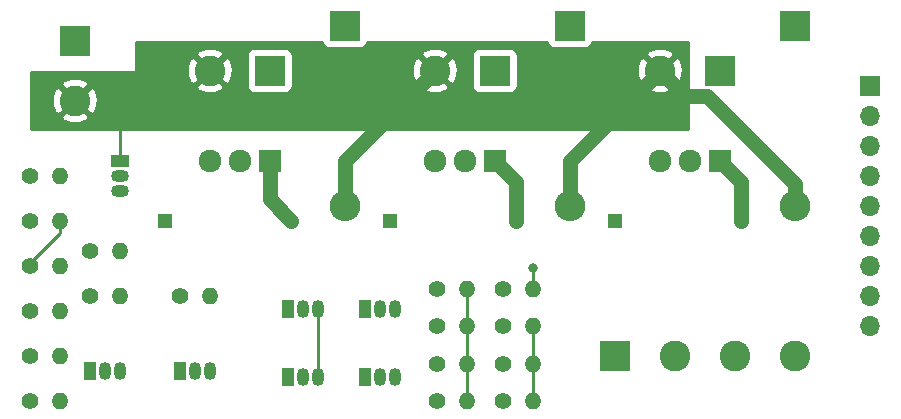
<source format=gbr>
%TF.GenerationSoftware,KiCad,Pcbnew,(5.1.9)-1*%
%TF.CreationDate,2021-10-09T19:01:39-07:00*%
%TF.ProjectId,HVAC Moisture Recovery system,48564143-204d-46f6-9973-747572652052,rev?*%
%TF.SameCoordinates,Original*%
%TF.FileFunction,Copper,L4,Bot*%
%TF.FilePolarity,Positive*%
%FSLAX46Y46*%
G04 Gerber Fmt 4.6, Leading zero omitted, Abs format (unit mm)*
G04 Created by KiCad (PCBNEW (5.1.9)-1) date 2021-10-09 19:01:39*
%MOMM*%
%LPD*%
G01*
G04 APERTURE LIST*
%TA.AperFunction,ComponentPad*%
%ADD10C,1.150000*%
%TD*%
%TA.AperFunction,ComponentPad*%
%ADD11R,1.150000X1.150000*%
%TD*%
%TA.AperFunction,ComponentPad*%
%ADD12C,1.920000*%
%TD*%
%TA.AperFunction,ComponentPad*%
%ADD13R,1.920000X1.920000*%
%TD*%
%TA.AperFunction,ComponentPad*%
%ADD14C,2.600000*%
%TD*%
%TA.AperFunction,ComponentPad*%
%ADD15R,2.600000X2.600000*%
%TD*%
%TA.AperFunction,ComponentPad*%
%ADD16O,1.700000X1.700000*%
%TD*%
%TA.AperFunction,ComponentPad*%
%ADD17R,1.700000X1.700000*%
%TD*%
%TA.AperFunction,ComponentPad*%
%ADD18O,1.400000X1.400000*%
%TD*%
%TA.AperFunction,ComponentPad*%
%ADD19C,1.400000*%
%TD*%
%TA.AperFunction,ComponentPad*%
%ADD20R,1.050000X1.500000*%
%TD*%
%TA.AperFunction,ComponentPad*%
%ADD21O,1.050000X1.500000*%
%TD*%
%TA.AperFunction,ComponentPad*%
%ADD22R,1.500000X1.050000*%
%TD*%
%TA.AperFunction,ComponentPad*%
%ADD23O,1.500000X1.050000*%
%TD*%
%TA.AperFunction,ComponentPad*%
%ADD24O,2.600000X2.600000*%
%TD*%
%TA.AperFunction,ViaPad*%
%ADD25C,0.800000*%
%TD*%
%TA.AperFunction,Conductor*%
%ADD26C,0.250000*%
%TD*%
%TA.AperFunction,Conductor*%
%ADD27C,1.270000*%
%TD*%
%TA.AperFunction,Conductor*%
%ADD28C,0.254000*%
%TD*%
%TA.AperFunction,Conductor*%
%ADD29C,0.100000*%
%TD*%
G04 APERTURE END LIST*
D10*
%TO.P,Z3,2*%
%TO.N,Net-(Q6-Pad1)*%
X146590000Y-133350000D03*
D11*
%TO.P,Z3,1*%
%TO.N,+VDC*%
X135890000Y-133350000D03*
%TD*%
D10*
%TO.P,Z2,2*%
%TO.N,Net-(Q4-Pad1)*%
X127540000Y-133350000D03*
D11*
%TO.P,Z2,1*%
%TO.N,+VDC*%
X116840000Y-133350000D03*
%TD*%
D10*
%TO.P,Z1,2*%
%TO.N,Net-(Q2-Pad1)*%
X108490000Y-133350000D03*
D11*
%TO.P,Z1,1*%
%TO.N,+VDC*%
X97790000Y-133350000D03*
%TD*%
D12*
%TO.P,Q6,3*%
%TO.N,+VDC*%
X139700000Y-128270000D03*
%TO.P,Q6,2*%
%TO.N,Net-(D3-Pad1)*%
X142240000Y-128270000D03*
D13*
%TO.P,Q6,1*%
%TO.N,Net-(Q6-Pad1)*%
X144780000Y-128270000D03*
%TD*%
D12*
%TO.P,Q4,3*%
%TO.N,+VDC*%
X120650000Y-128270000D03*
%TO.P,Q4,2*%
%TO.N,Net-(D2-Pad1)*%
X123190000Y-128270000D03*
D13*
%TO.P,Q4,1*%
%TO.N,Net-(Q4-Pad1)*%
X125730000Y-128270000D03*
%TD*%
D12*
%TO.P,Q2,3*%
%TO.N,+VDC*%
X101600000Y-128270000D03*
%TO.P,Q2,2*%
%TO.N,Net-(D1-Pad1)*%
X104140000Y-128270000D03*
D13*
%TO.P,Q2,1*%
%TO.N,Net-(Q2-Pad1)*%
X106680000Y-128270000D03*
%TD*%
D14*
%TO.P,J2,2*%
%TO.N,GND*%
X90170000Y-123190000D03*
D15*
%TO.P,J2,1*%
%TO.N,+VDC*%
X90170000Y-118110000D03*
%TD*%
D16*
%TO.P,J4,9*%
%TO.N,GND*%
X157480000Y-142240000D03*
%TO.P,J4,8*%
%TO.N,VBUS*%
X157480000Y-139700000D03*
%TO.P,J4,7*%
%TO.N,/Tank Level Sensors/TTL4-4*%
X157480000Y-137160000D03*
%TO.P,J4,6*%
%TO.N,/Tank Level Sensors/TTL3-4*%
X157480000Y-134620000D03*
%TO.P,J4,5*%
%TO.N,/Tank Level Sensors/TTL1-2*%
X157480000Y-132080000D03*
%TO.P,J4,4*%
%TO.N,/Tank Level Sensors/TTL1-4*%
X157480000Y-129540000D03*
%TO.P,J4,3*%
%TO.N,Net-(J4-Pad3)*%
X157480000Y-127000000D03*
%TO.P,J4,2*%
%TO.N,Net-(J4-Pad2)*%
X157480000Y-124460000D03*
D17*
%TO.P,J4,1*%
%TO.N,Net-(J4-Pad1)*%
X157480000Y-121920000D03*
%TD*%
D14*
%TO.P,J1,4*%
%TO.N,/Tank Level Sensors/VIN4-4*%
X151130000Y-144780000D03*
%TO.P,J1,3*%
%TO.N,/Tank Level Sensors/VIN3-4*%
X146050000Y-144780000D03*
%TO.P,J1,2*%
%TO.N,/Tank Level Sensors/VIN1-2*%
X140970000Y-144780000D03*
D15*
%TO.P,J1,1*%
%TO.N,/Tank Level Sensors/VIN1-4*%
X135890000Y-144780000D03*
%TD*%
D18*
%TO.P,R17,2*%
%TO.N,GND*%
X129000000Y-148610000D03*
D19*
%TO.P,R17,1*%
%TO.N,/Tank Level Sensors/TTL4-4*%
X126460000Y-148610000D03*
%TD*%
D18*
%TO.P,R16,2*%
%TO.N,GND*%
X129000000Y-145460000D03*
D19*
%TO.P,R16,1*%
%TO.N,/Tank Level Sensors/VIN4-4*%
X126460000Y-145460000D03*
%TD*%
D18*
%TO.P,R15,2*%
%TO.N,GND*%
X123410000Y-148610000D03*
D19*
%TO.P,R15,1*%
%TO.N,/Tank Level Sensors/TTL3-4*%
X120870000Y-148610000D03*
%TD*%
D18*
%TO.P,R14,2*%
%TO.N,GND*%
X129000000Y-142310000D03*
D19*
%TO.P,R14,1*%
%TO.N,/Tank Level Sensors/VIN3-4*%
X126460000Y-142310000D03*
%TD*%
D18*
%TO.P,R13,2*%
%TO.N,GND*%
X123410000Y-145460000D03*
D19*
%TO.P,R13,1*%
%TO.N,/Tank Level Sensors/TTL1-2*%
X120870000Y-145460000D03*
%TD*%
D18*
%TO.P,R12,2*%
%TO.N,GND*%
X129000000Y-139160000D03*
D19*
%TO.P,R12,1*%
%TO.N,/Tank Level Sensors/VIN1-2*%
X126460000Y-139160000D03*
%TD*%
D18*
%TO.P,R11,2*%
%TO.N,GND*%
X123410000Y-142310000D03*
D19*
%TO.P,R11,1*%
%TO.N,/Tank Level Sensors/TTL1-4*%
X120870000Y-142310000D03*
%TD*%
D18*
%TO.P,R10,2*%
%TO.N,GND*%
X123410000Y-139160000D03*
D19*
%TO.P,R10,1*%
%TO.N,/Tank Level Sensors/VIN1-4*%
X120870000Y-139160000D03*
%TD*%
D18*
%TO.P,R9,2*%
%TO.N,Net-(Q5-Pad3)*%
X88900000Y-148590000D03*
D19*
%TO.P,R9,1*%
%TO.N,Net-(Q6-Pad1)*%
X86360000Y-148590000D03*
%TD*%
D18*
%TO.P,R8,2*%
%TO.N,Net-(Q6-Pad1)*%
X88900000Y-144780000D03*
D19*
%TO.P,R8,1*%
%TO.N,+VDC*%
X86360000Y-144780000D03*
%TD*%
D18*
%TO.P,R7,2*%
%TO.N,GND*%
X88900000Y-140970000D03*
D19*
%TO.P,R7,1*%
%TO.N,Net-(J4-Pad1)*%
X86360000Y-140970000D03*
%TD*%
D18*
%TO.P,R6,2*%
%TO.N,Net-(Q3-Pad3)*%
X101600000Y-139700000D03*
D19*
%TO.P,R6,1*%
%TO.N,Net-(Q4-Pad1)*%
X99060000Y-139700000D03*
%TD*%
D18*
%TO.P,R5,2*%
%TO.N,Net-(Q4-Pad1)*%
X93980000Y-139700000D03*
D19*
%TO.P,R5,1*%
%TO.N,+VDC*%
X91440000Y-139700000D03*
%TD*%
D18*
%TO.P,R4,2*%
%TO.N,GND*%
X93980000Y-135890000D03*
D19*
%TO.P,R4,1*%
%TO.N,Net-(J4-Pad2)*%
X91440000Y-135890000D03*
%TD*%
D18*
%TO.P,R3,2*%
%TO.N,Net-(Q1-Pad3)*%
X88900000Y-137160000D03*
D19*
%TO.P,R3,1*%
%TO.N,Net-(Q2-Pad1)*%
X86360000Y-137160000D03*
%TD*%
D18*
%TO.P,R2,2*%
%TO.N,Net-(Q2-Pad1)*%
X88900000Y-133350000D03*
D19*
%TO.P,R2,1*%
%TO.N,+VDC*%
X86360000Y-133350000D03*
%TD*%
D18*
%TO.P,R1,2*%
%TO.N,GND*%
X88900000Y-129540000D03*
D19*
%TO.P,R1,1*%
%TO.N,Net-(J4-Pad3)*%
X86360000Y-129540000D03*
%TD*%
D20*
%TO.P,Q10,1*%
%TO.N,/Tank Level Sensors/TTL4-4*%
X114770000Y-140840000D03*
D21*
%TO.P,Q10,3*%
%TO.N,VBUS*%
X117310000Y-140840000D03*
%TO.P,Q10,2*%
%TO.N,/Tank Level Sensors/VIN4-4*%
X116040000Y-140840000D03*
%TD*%
D20*
%TO.P,Q9,1*%
%TO.N,/Tank Level Sensors/TTL3-4*%
X114770000Y-146630000D03*
D21*
%TO.P,Q9,3*%
%TO.N,VBUS*%
X117310000Y-146630000D03*
%TO.P,Q9,2*%
%TO.N,/Tank Level Sensors/VIN3-4*%
X116040000Y-146630000D03*
%TD*%
D20*
%TO.P,Q8,1*%
%TO.N,/Tank Level Sensors/TTL1-2*%
X108260000Y-140840000D03*
D21*
%TO.P,Q8,3*%
%TO.N,VBUS*%
X110800000Y-140840000D03*
%TO.P,Q8,2*%
%TO.N,/Tank Level Sensors/VIN1-2*%
X109530000Y-140840000D03*
%TD*%
D20*
%TO.P,Q7,1*%
%TO.N,/Tank Level Sensors/TTL1-4*%
X108260000Y-146630000D03*
D21*
%TO.P,Q7,3*%
%TO.N,VBUS*%
X110800000Y-146630000D03*
%TO.P,Q7,2*%
%TO.N,/Tank Level Sensors/VIN1-4*%
X109530000Y-146630000D03*
%TD*%
D20*
%TO.P,Q5,1*%
%TO.N,GND*%
X91440000Y-146050000D03*
D21*
%TO.P,Q5,3*%
%TO.N,Net-(Q5-Pad3)*%
X93980000Y-146050000D03*
%TO.P,Q5,2*%
%TO.N,Net-(J4-Pad1)*%
X92710000Y-146050000D03*
%TD*%
D20*
%TO.P,Q3,1*%
%TO.N,GND*%
X99060000Y-146050000D03*
D21*
%TO.P,Q3,3*%
%TO.N,Net-(Q3-Pad3)*%
X101600000Y-146050000D03*
%TO.P,Q3,2*%
%TO.N,Net-(J4-Pad2)*%
X100330000Y-146050000D03*
%TD*%
D22*
%TO.P,Q1,1*%
%TO.N,GND*%
X93980000Y-128270000D03*
D23*
%TO.P,Q1,3*%
%TO.N,Net-(Q1-Pad3)*%
X93980000Y-130810000D03*
%TO.P,Q1,2*%
%TO.N,Net-(J4-Pad3)*%
X93980000Y-129540000D03*
%TD*%
D14*
%TO.P,J6,2*%
%TO.N,GND*%
X139700000Y-120650000D03*
D15*
%TO.P,J6,1*%
%TO.N,Net-(D3-Pad1)*%
X144780000Y-120650000D03*
%TD*%
D14*
%TO.P,J5,2*%
%TO.N,GND*%
X120650000Y-120650000D03*
D15*
%TO.P,J5,1*%
%TO.N,Net-(D2-Pad1)*%
X125730000Y-120650000D03*
%TD*%
D14*
%TO.P,J3,2*%
%TO.N,GND*%
X101600000Y-120650000D03*
D15*
%TO.P,J3,1*%
%TO.N,Net-(D1-Pad1)*%
X106680000Y-120650000D03*
%TD*%
D24*
%TO.P,D3,2*%
%TO.N,GND*%
X151130000Y-132080000D03*
D15*
%TO.P,D3,1*%
%TO.N,Net-(D3-Pad1)*%
X151130000Y-116840000D03*
%TD*%
D24*
%TO.P,D2,2*%
%TO.N,GND*%
X132080000Y-132080000D03*
D15*
%TO.P,D2,1*%
%TO.N,Net-(D2-Pad1)*%
X132080000Y-116840000D03*
%TD*%
D24*
%TO.P,D1,2*%
%TO.N,GND*%
X113030000Y-132080000D03*
D15*
%TO.P,D1,1*%
%TO.N,Net-(D1-Pad1)*%
X113030000Y-116840000D03*
%TD*%
D25*
%TO.N,GND*%
X129000000Y-137346600D03*
%TD*%
D26*
%TO.N,GND*%
X123410000Y-148610000D02*
X123410000Y-145460000D01*
X129000000Y-137346600D02*
X129000000Y-139160000D01*
X129000000Y-145460000D02*
X129000000Y-148610000D01*
X129000000Y-142310000D02*
X129000000Y-145460000D01*
X123410000Y-145460000D02*
X123410000Y-142310000D01*
X123410000Y-142310000D02*
X123410000Y-139160000D01*
X93980000Y-125412500D02*
X93980000Y-128270000D01*
D27*
X113030000Y-132080000D02*
X113030000Y-128270000D01*
X113030000Y-128270000D02*
X120650000Y-120650000D01*
X132080000Y-132080000D02*
X132080000Y-128270000D01*
X132080000Y-128270000D02*
X139700000Y-120650000D01*
X151130000Y-132080000D02*
X151130000Y-130242000D01*
X151130000Y-130242000D02*
X143673000Y-122785000D01*
X143673000Y-122785000D02*
X141835000Y-122785000D01*
X141835000Y-122785000D02*
X139700000Y-120650000D01*
D26*
%TO.N,Net-(Q2-Pad1)*%
X88900000Y-133350000D02*
X88900000Y-134375300D01*
X88900000Y-134375300D02*
X86360000Y-136915300D01*
X86360000Y-136915300D02*
X86360000Y-137160000D01*
D27*
X106680000Y-128270000D02*
X106680000Y-131540000D01*
X106680000Y-131540000D02*
X108490000Y-133350000D01*
%TO.N,Net-(Q4-Pad1)*%
X127540000Y-133350000D02*
X127540000Y-130080000D01*
X127540000Y-130080000D02*
X125730000Y-128270000D01*
%TO.N,Net-(Q6-Pad1)*%
X146590000Y-133350000D02*
X146590000Y-130080000D01*
X146590000Y-130080000D02*
X144780000Y-128270000D01*
D26*
%TO.N,VBUS*%
X110800000Y-146630000D02*
X110800000Y-140840000D01*
%TD*%
D28*
%TO.N,GND*%
X111104188Y-118264482D02*
X111140498Y-118384180D01*
X111199463Y-118494494D01*
X111278815Y-118591185D01*
X111375506Y-118670537D01*
X111485820Y-118729502D01*
X111605518Y-118765812D01*
X111730000Y-118778072D01*
X114330000Y-118778072D01*
X114454482Y-118765812D01*
X114574180Y-118729502D01*
X114684494Y-118670537D01*
X114781185Y-118591185D01*
X114860537Y-118494494D01*
X114919502Y-118384180D01*
X114955812Y-118264482D01*
X114958519Y-118237000D01*
X130151481Y-118237000D01*
X130154188Y-118264482D01*
X130190498Y-118384180D01*
X130249463Y-118494494D01*
X130328815Y-118591185D01*
X130425506Y-118670537D01*
X130535820Y-118729502D01*
X130655518Y-118765812D01*
X130780000Y-118778072D01*
X133380000Y-118778072D01*
X133504482Y-118765812D01*
X133624180Y-118729502D01*
X133734494Y-118670537D01*
X133831185Y-118591185D01*
X133910537Y-118494494D01*
X133969502Y-118384180D01*
X134005812Y-118264482D01*
X134008519Y-118237000D01*
X142113000Y-118237000D01*
X142113000Y-125603000D01*
X86487000Y-125603000D01*
X86487000Y-124539224D01*
X89000381Y-124539224D01*
X89132317Y-124834312D01*
X89473045Y-125005159D01*
X89840557Y-125106250D01*
X90220729Y-125133701D01*
X90598951Y-125086457D01*
X90960690Y-124966333D01*
X91207683Y-124834312D01*
X91339619Y-124539224D01*
X90170000Y-123369605D01*
X89000381Y-124539224D01*
X86487000Y-124539224D01*
X86487000Y-123240729D01*
X88226299Y-123240729D01*
X88273543Y-123618951D01*
X88393667Y-123980690D01*
X88525688Y-124227683D01*
X88820776Y-124359619D01*
X89990395Y-123190000D01*
X90349605Y-123190000D01*
X91519224Y-124359619D01*
X91814312Y-124227683D01*
X91985159Y-123886955D01*
X92086250Y-123519443D01*
X92113701Y-123139271D01*
X92066457Y-122761049D01*
X91946333Y-122399310D01*
X91814312Y-122152317D01*
X91519224Y-122020381D01*
X90349605Y-123190000D01*
X89990395Y-123190000D01*
X88820776Y-122020381D01*
X88525688Y-122152317D01*
X88354841Y-122493045D01*
X88253750Y-122860557D01*
X88226299Y-123240729D01*
X86487000Y-123240729D01*
X86487000Y-121840776D01*
X89000381Y-121840776D01*
X90170000Y-123010395D01*
X91181171Y-121999224D01*
X100430381Y-121999224D01*
X100562317Y-122294312D01*
X100903045Y-122465159D01*
X101270557Y-122566250D01*
X101650729Y-122593701D01*
X102028951Y-122546457D01*
X102390690Y-122426333D01*
X102637683Y-122294312D01*
X102769619Y-121999224D01*
X101600000Y-120829605D01*
X100430381Y-121999224D01*
X91181171Y-121999224D01*
X91339619Y-121840776D01*
X91207683Y-121545688D01*
X90866955Y-121374841D01*
X90499443Y-121273750D01*
X90119271Y-121246299D01*
X89741049Y-121293543D01*
X89379310Y-121413667D01*
X89132317Y-121545688D01*
X89000381Y-121840776D01*
X86487000Y-121840776D01*
X86487000Y-120777000D01*
X95250000Y-120777000D01*
X95274776Y-120774560D01*
X95298601Y-120767333D01*
X95320557Y-120755597D01*
X95339803Y-120739803D01*
X95355597Y-120720557D01*
X95366195Y-120700729D01*
X99656299Y-120700729D01*
X99703543Y-121078951D01*
X99823667Y-121440690D01*
X99955688Y-121687683D01*
X100250776Y-121819619D01*
X101420395Y-120650000D01*
X101779605Y-120650000D01*
X102949224Y-121819619D01*
X103244312Y-121687683D01*
X103415159Y-121346955D01*
X103516250Y-120979443D01*
X103543701Y-120599271D01*
X103496457Y-120221049D01*
X103376333Y-119859310D01*
X103244312Y-119612317D01*
X102949224Y-119480381D01*
X101779605Y-120650000D01*
X101420395Y-120650000D01*
X100250776Y-119480381D01*
X99955688Y-119612317D01*
X99784841Y-119953045D01*
X99683750Y-120320557D01*
X99656299Y-120700729D01*
X95366195Y-120700729D01*
X95367333Y-120698601D01*
X95374560Y-120674776D01*
X95377000Y-120650000D01*
X95377000Y-119300776D01*
X100430381Y-119300776D01*
X101600000Y-120470395D01*
X102720395Y-119350000D01*
X104741928Y-119350000D01*
X104741928Y-121950000D01*
X104754188Y-122074482D01*
X104790498Y-122194180D01*
X104849463Y-122304494D01*
X104928815Y-122401185D01*
X105025506Y-122480537D01*
X105135820Y-122539502D01*
X105255518Y-122575812D01*
X105380000Y-122588072D01*
X107980000Y-122588072D01*
X108104482Y-122575812D01*
X108224180Y-122539502D01*
X108334494Y-122480537D01*
X108431185Y-122401185D01*
X108510537Y-122304494D01*
X108569502Y-122194180D01*
X108605812Y-122074482D01*
X108613224Y-121999224D01*
X119480381Y-121999224D01*
X119612317Y-122294312D01*
X119953045Y-122465159D01*
X120320557Y-122566250D01*
X120700729Y-122593701D01*
X121078951Y-122546457D01*
X121440690Y-122426333D01*
X121687683Y-122294312D01*
X121819619Y-121999224D01*
X120650000Y-120829605D01*
X119480381Y-121999224D01*
X108613224Y-121999224D01*
X108618072Y-121950000D01*
X108618072Y-120700729D01*
X118706299Y-120700729D01*
X118753543Y-121078951D01*
X118873667Y-121440690D01*
X119005688Y-121687683D01*
X119300776Y-121819619D01*
X120470395Y-120650000D01*
X120829605Y-120650000D01*
X121999224Y-121819619D01*
X122294312Y-121687683D01*
X122465159Y-121346955D01*
X122566250Y-120979443D01*
X122593701Y-120599271D01*
X122546457Y-120221049D01*
X122426333Y-119859310D01*
X122294312Y-119612317D01*
X121999224Y-119480381D01*
X120829605Y-120650000D01*
X120470395Y-120650000D01*
X119300776Y-119480381D01*
X119005688Y-119612317D01*
X118834841Y-119953045D01*
X118733750Y-120320557D01*
X118706299Y-120700729D01*
X108618072Y-120700729D01*
X108618072Y-119350000D01*
X108613225Y-119300776D01*
X119480381Y-119300776D01*
X120650000Y-120470395D01*
X121770395Y-119350000D01*
X123791928Y-119350000D01*
X123791928Y-121950000D01*
X123804188Y-122074482D01*
X123840498Y-122194180D01*
X123899463Y-122304494D01*
X123978815Y-122401185D01*
X124075506Y-122480537D01*
X124185820Y-122539502D01*
X124305518Y-122575812D01*
X124430000Y-122588072D01*
X127030000Y-122588072D01*
X127154482Y-122575812D01*
X127274180Y-122539502D01*
X127384494Y-122480537D01*
X127481185Y-122401185D01*
X127560537Y-122304494D01*
X127619502Y-122194180D01*
X127655812Y-122074482D01*
X127663224Y-121999224D01*
X138530381Y-121999224D01*
X138662317Y-122294312D01*
X139003045Y-122465159D01*
X139370557Y-122566250D01*
X139750729Y-122593701D01*
X140128951Y-122546457D01*
X140490690Y-122426333D01*
X140737683Y-122294312D01*
X140869619Y-121999224D01*
X139700000Y-120829605D01*
X138530381Y-121999224D01*
X127663224Y-121999224D01*
X127668072Y-121950000D01*
X127668072Y-120700729D01*
X137756299Y-120700729D01*
X137803543Y-121078951D01*
X137923667Y-121440690D01*
X138055688Y-121687683D01*
X138350776Y-121819619D01*
X139520395Y-120650000D01*
X139879605Y-120650000D01*
X141049224Y-121819619D01*
X141344312Y-121687683D01*
X141515159Y-121346955D01*
X141616250Y-120979443D01*
X141643701Y-120599271D01*
X141596457Y-120221049D01*
X141476333Y-119859310D01*
X141344312Y-119612317D01*
X141049224Y-119480381D01*
X139879605Y-120650000D01*
X139520395Y-120650000D01*
X138350776Y-119480381D01*
X138055688Y-119612317D01*
X137884841Y-119953045D01*
X137783750Y-120320557D01*
X137756299Y-120700729D01*
X127668072Y-120700729D01*
X127668072Y-119350000D01*
X127663225Y-119300776D01*
X138530381Y-119300776D01*
X139700000Y-120470395D01*
X140869619Y-119300776D01*
X140737683Y-119005688D01*
X140396955Y-118834841D01*
X140029443Y-118733750D01*
X139649271Y-118706299D01*
X139271049Y-118753543D01*
X138909310Y-118873667D01*
X138662317Y-119005688D01*
X138530381Y-119300776D01*
X127663225Y-119300776D01*
X127655812Y-119225518D01*
X127619502Y-119105820D01*
X127560537Y-118995506D01*
X127481185Y-118898815D01*
X127384494Y-118819463D01*
X127274180Y-118760498D01*
X127154482Y-118724188D01*
X127030000Y-118711928D01*
X124430000Y-118711928D01*
X124305518Y-118724188D01*
X124185820Y-118760498D01*
X124075506Y-118819463D01*
X123978815Y-118898815D01*
X123899463Y-118995506D01*
X123840498Y-119105820D01*
X123804188Y-119225518D01*
X123791928Y-119350000D01*
X121770395Y-119350000D01*
X121819619Y-119300776D01*
X121687683Y-119005688D01*
X121346955Y-118834841D01*
X120979443Y-118733750D01*
X120599271Y-118706299D01*
X120221049Y-118753543D01*
X119859310Y-118873667D01*
X119612317Y-119005688D01*
X119480381Y-119300776D01*
X108613225Y-119300776D01*
X108605812Y-119225518D01*
X108569502Y-119105820D01*
X108510537Y-118995506D01*
X108431185Y-118898815D01*
X108334494Y-118819463D01*
X108224180Y-118760498D01*
X108104482Y-118724188D01*
X107980000Y-118711928D01*
X105380000Y-118711928D01*
X105255518Y-118724188D01*
X105135820Y-118760498D01*
X105025506Y-118819463D01*
X104928815Y-118898815D01*
X104849463Y-118995506D01*
X104790498Y-119105820D01*
X104754188Y-119225518D01*
X104741928Y-119350000D01*
X102720395Y-119350000D01*
X102769619Y-119300776D01*
X102637683Y-119005688D01*
X102296955Y-118834841D01*
X101929443Y-118733750D01*
X101549271Y-118706299D01*
X101171049Y-118753543D01*
X100809310Y-118873667D01*
X100562317Y-119005688D01*
X100430381Y-119300776D01*
X95377000Y-119300776D01*
X95377000Y-118237000D01*
X111101481Y-118237000D01*
X111104188Y-118264482D01*
%TA.AperFunction,Conductor*%
D29*
G36*
X111104188Y-118264482D02*
G01*
X111140498Y-118384180D01*
X111199463Y-118494494D01*
X111278815Y-118591185D01*
X111375506Y-118670537D01*
X111485820Y-118729502D01*
X111605518Y-118765812D01*
X111730000Y-118778072D01*
X114330000Y-118778072D01*
X114454482Y-118765812D01*
X114574180Y-118729502D01*
X114684494Y-118670537D01*
X114781185Y-118591185D01*
X114860537Y-118494494D01*
X114919502Y-118384180D01*
X114955812Y-118264482D01*
X114958519Y-118237000D01*
X130151481Y-118237000D01*
X130154188Y-118264482D01*
X130190498Y-118384180D01*
X130249463Y-118494494D01*
X130328815Y-118591185D01*
X130425506Y-118670537D01*
X130535820Y-118729502D01*
X130655518Y-118765812D01*
X130780000Y-118778072D01*
X133380000Y-118778072D01*
X133504482Y-118765812D01*
X133624180Y-118729502D01*
X133734494Y-118670537D01*
X133831185Y-118591185D01*
X133910537Y-118494494D01*
X133969502Y-118384180D01*
X134005812Y-118264482D01*
X134008519Y-118237000D01*
X142113000Y-118237000D01*
X142113000Y-125603000D01*
X86487000Y-125603000D01*
X86487000Y-124539224D01*
X89000381Y-124539224D01*
X89132317Y-124834312D01*
X89473045Y-125005159D01*
X89840557Y-125106250D01*
X90220729Y-125133701D01*
X90598951Y-125086457D01*
X90960690Y-124966333D01*
X91207683Y-124834312D01*
X91339619Y-124539224D01*
X90170000Y-123369605D01*
X89000381Y-124539224D01*
X86487000Y-124539224D01*
X86487000Y-123240729D01*
X88226299Y-123240729D01*
X88273543Y-123618951D01*
X88393667Y-123980690D01*
X88525688Y-124227683D01*
X88820776Y-124359619D01*
X89990395Y-123190000D01*
X90349605Y-123190000D01*
X91519224Y-124359619D01*
X91814312Y-124227683D01*
X91985159Y-123886955D01*
X92086250Y-123519443D01*
X92113701Y-123139271D01*
X92066457Y-122761049D01*
X91946333Y-122399310D01*
X91814312Y-122152317D01*
X91519224Y-122020381D01*
X90349605Y-123190000D01*
X89990395Y-123190000D01*
X88820776Y-122020381D01*
X88525688Y-122152317D01*
X88354841Y-122493045D01*
X88253750Y-122860557D01*
X88226299Y-123240729D01*
X86487000Y-123240729D01*
X86487000Y-121840776D01*
X89000381Y-121840776D01*
X90170000Y-123010395D01*
X91181171Y-121999224D01*
X100430381Y-121999224D01*
X100562317Y-122294312D01*
X100903045Y-122465159D01*
X101270557Y-122566250D01*
X101650729Y-122593701D01*
X102028951Y-122546457D01*
X102390690Y-122426333D01*
X102637683Y-122294312D01*
X102769619Y-121999224D01*
X101600000Y-120829605D01*
X100430381Y-121999224D01*
X91181171Y-121999224D01*
X91339619Y-121840776D01*
X91207683Y-121545688D01*
X90866955Y-121374841D01*
X90499443Y-121273750D01*
X90119271Y-121246299D01*
X89741049Y-121293543D01*
X89379310Y-121413667D01*
X89132317Y-121545688D01*
X89000381Y-121840776D01*
X86487000Y-121840776D01*
X86487000Y-120777000D01*
X95250000Y-120777000D01*
X95274776Y-120774560D01*
X95298601Y-120767333D01*
X95320557Y-120755597D01*
X95339803Y-120739803D01*
X95355597Y-120720557D01*
X95366195Y-120700729D01*
X99656299Y-120700729D01*
X99703543Y-121078951D01*
X99823667Y-121440690D01*
X99955688Y-121687683D01*
X100250776Y-121819619D01*
X101420395Y-120650000D01*
X101779605Y-120650000D01*
X102949224Y-121819619D01*
X103244312Y-121687683D01*
X103415159Y-121346955D01*
X103516250Y-120979443D01*
X103543701Y-120599271D01*
X103496457Y-120221049D01*
X103376333Y-119859310D01*
X103244312Y-119612317D01*
X102949224Y-119480381D01*
X101779605Y-120650000D01*
X101420395Y-120650000D01*
X100250776Y-119480381D01*
X99955688Y-119612317D01*
X99784841Y-119953045D01*
X99683750Y-120320557D01*
X99656299Y-120700729D01*
X95366195Y-120700729D01*
X95367333Y-120698601D01*
X95374560Y-120674776D01*
X95377000Y-120650000D01*
X95377000Y-119300776D01*
X100430381Y-119300776D01*
X101600000Y-120470395D01*
X102720395Y-119350000D01*
X104741928Y-119350000D01*
X104741928Y-121950000D01*
X104754188Y-122074482D01*
X104790498Y-122194180D01*
X104849463Y-122304494D01*
X104928815Y-122401185D01*
X105025506Y-122480537D01*
X105135820Y-122539502D01*
X105255518Y-122575812D01*
X105380000Y-122588072D01*
X107980000Y-122588072D01*
X108104482Y-122575812D01*
X108224180Y-122539502D01*
X108334494Y-122480537D01*
X108431185Y-122401185D01*
X108510537Y-122304494D01*
X108569502Y-122194180D01*
X108605812Y-122074482D01*
X108613224Y-121999224D01*
X119480381Y-121999224D01*
X119612317Y-122294312D01*
X119953045Y-122465159D01*
X120320557Y-122566250D01*
X120700729Y-122593701D01*
X121078951Y-122546457D01*
X121440690Y-122426333D01*
X121687683Y-122294312D01*
X121819619Y-121999224D01*
X120650000Y-120829605D01*
X119480381Y-121999224D01*
X108613224Y-121999224D01*
X108618072Y-121950000D01*
X108618072Y-120700729D01*
X118706299Y-120700729D01*
X118753543Y-121078951D01*
X118873667Y-121440690D01*
X119005688Y-121687683D01*
X119300776Y-121819619D01*
X120470395Y-120650000D01*
X120829605Y-120650000D01*
X121999224Y-121819619D01*
X122294312Y-121687683D01*
X122465159Y-121346955D01*
X122566250Y-120979443D01*
X122593701Y-120599271D01*
X122546457Y-120221049D01*
X122426333Y-119859310D01*
X122294312Y-119612317D01*
X121999224Y-119480381D01*
X120829605Y-120650000D01*
X120470395Y-120650000D01*
X119300776Y-119480381D01*
X119005688Y-119612317D01*
X118834841Y-119953045D01*
X118733750Y-120320557D01*
X118706299Y-120700729D01*
X108618072Y-120700729D01*
X108618072Y-119350000D01*
X108613225Y-119300776D01*
X119480381Y-119300776D01*
X120650000Y-120470395D01*
X121770395Y-119350000D01*
X123791928Y-119350000D01*
X123791928Y-121950000D01*
X123804188Y-122074482D01*
X123840498Y-122194180D01*
X123899463Y-122304494D01*
X123978815Y-122401185D01*
X124075506Y-122480537D01*
X124185820Y-122539502D01*
X124305518Y-122575812D01*
X124430000Y-122588072D01*
X127030000Y-122588072D01*
X127154482Y-122575812D01*
X127274180Y-122539502D01*
X127384494Y-122480537D01*
X127481185Y-122401185D01*
X127560537Y-122304494D01*
X127619502Y-122194180D01*
X127655812Y-122074482D01*
X127663224Y-121999224D01*
X138530381Y-121999224D01*
X138662317Y-122294312D01*
X139003045Y-122465159D01*
X139370557Y-122566250D01*
X139750729Y-122593701D01*
X140128951Y-122546457D01*
X140490690Y-122426333D01*
X140737683Y-122294312D01*
X140869619Y-121999224D01*
X139700000Y-120829605D01*
X138530381Y-121999224D01*
X127663224Y-121999224D01*
X127668072Y-121950000D01*
X127668072Y-120700729D01*
X137756299Y-120700729D01*
X137803543Y-121078951D01*
X137923667Y-121440690D01*
X138055688Y-121687683D01*
X138350776Y-121819619D01*
X139520395Y-120650000D01*
X139879605Y-120650000D01*
X141049224Y-121819619D01*
X141344312Y-121687683D01*
X141515159Y-121346955D01*
X141616250Y-120979443D01*
X141643701Y-120599271D01*
X141596457Y-120221049D01*
X141476333Y-119859310D01*
X141344312Y-119612317D01*
X141049224Y-119480381D01*
X139879605Y-120650000D01*
X139520395Y-120650000D01*
X138350776Y-119480381D01*
X138055688Y-119612317D01*
X137884841Y-119953045D01*
X137783750Y-120320557D01*
X137756299Y-120700729D01*
X127668072Y-120700729D01*
X127668072Y-119350000D01*
X127663225Y-119300776D01*
X138530381Y-119300776D01*
X139700000Y-120470395D01*
X140869619Y-119300776D01*
X140737683Y-119005688D01*
X140396955Y-118834841D01*
X140029443Y-118733750D01*
X139649271Y-118706299D01*
X139271049Y-118753543D01*
X138909310Y-118873667D01*
X138662317Y-119005688D01*
X138530381Y-119300776D01*
X127663225Y-119300776D01*
X127655812Y-119225518D01*
X127619502Y-119105820D01*
X127560537Y-118995506D01*
X127481185Y-118898815D01*
X127384494Y-118819463D01*
X127274180Y-118760498D01*
X127154482Y-118724188D01*
X127030000Y-118711928D01*
X124430000Y-118711928D01*
X124305518Y-118724188D01*
X124185820Y-118760498D01*
X124075506Y-118819463D01*
X123978815Y-118898815D01*
X123899463Y-118995506D01*
X123840498Y-119105820D01*
X123804188Y-119225518D01*
X123791928Y-119350000D01*
X121770395Y-119350000D01*
X121819619Y-119300776D01*
X121687683Y-119005688D01*
X121346955Y-118834841D01*
X120979443Y-118733750D01*
X120599271Y-118706299D01*
X120221049Y-118753543D01*
X119859310Y-118873667D01*
X119612317Y-119005688D01*
X119480381Y-119300776D01*
X108613225Y-119300776D01*
X108605812Y-119225518D01*
X108569502Y-119105820D01*
X108510537Y-118995506D01*
X108431185Y-118898815D01*
X108334494Y-118819463D01*
X108224180Y-118760498D01*
X108104482Y-118724188D01*
X107980000Y-118711928D01*
X105380000Y-118711928D01*
X105255518Y-118724188D01*
X105135820Y-118760498D01*
X105025506Y-118819463D01*
X104928815Y-118898815D01*
X104849463Y-118995506D01*
X104790498Y-119105820D01*
X104754188Y-119225518D01*
X104741928Y-119350000D01*
X102720395Y-119350000D01*
X102769619Y-119300776D01*
X102637683Y-119005688D01*
X102296955Y-118834841D01*
X101929443Y-118733750D01*
X101549271Y-118706299D01*
X101171049Y-118753543D01*
X100809310Y-118873667D01*
X100562317Y-119005688D01*
X100430381Y-119300776D01*
X95377000Y-119300776D01*
X95377000Y-118237000D01*
X111101481Y-118237000D01*
X111104188Y-118264482D01*
G37*
%TD.AperFunction*%
%TD*%
M02*

</source>
